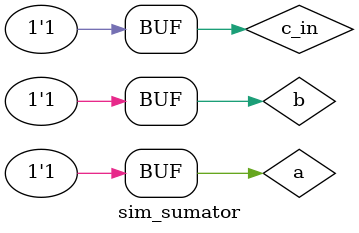
<source format=v>
`timescale 1ns / 1ps


module sim_sumator(

    );
    
    reg a, b, c_in;
    wire p, g, sum;
    
    sumator_complet_1bit sumator(a, b, c_in, p, g, sum);
    
    initial begin
        a = 1'b0; b = 1'b0; c_in = 1'b0;
        #50 a = 1'b0; b = 1'b0; c_in = 1'b1;
        #50 a = 1'b0; b = 1'b1; c_in = 1'b0;
        #50 a = 1'b0; b = 1'b1; c_in = 1'b1;
        #50 a = 1'b1; b = 1'b0; c_in = 1'b0;
        #50 a = 1'b1; b = 1'b0; c_in = 1'b1;
        #50 a = 1'b1; b = 1'b1; c_in = 1'b0;
        #50 a = 1'b1; b = 1'b1; c_in = 1'b1;
    end
endmodule

</source>
